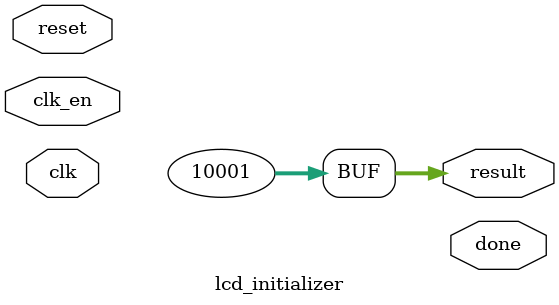
<source format=v>

module lcd_initializer(
	clk,
	clk_en,
	reset,
	done,
	result
);
	
	input clk;
	input clk_en;
	input reset;
	output done;
	output [31:0] result;
	
	assign result = 10001;
endmodule
</source>
